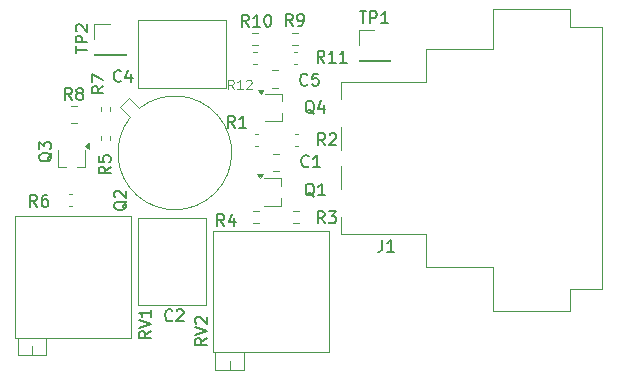
<source format=gbr>
%TF.GenerationSoftware,KiCad,Pcbnew,8.0.5*%
%TF.CreationDate,2024-10-12T09:30:04-04:00*%
%TF.ProjectId,preamp,70726561-6d70-42e6-9b69-6361645f7063,rev?*%
%TF.SameCoordinates,Original*%
%TF.FileFunction,Legend,Top*%
%TF.FilePolarity,Positive*%
%FSLAX46Y46*%
G04 Gerber Fmt 4.6, Leading zero omitted, Abs format (unit mm)*
G04 Created by KiCad (PCBNEW 8.0.5) date 2024-10-12 09:30:04*
%MOMM*%
%LPD*%
G01*
G04 APERTURE LIST*
%ADD10C,0.150000*%
%ADD11C,0.120000*%
G04 APERTURE END LIST*
D10*
X116904761Y-80650057D02*
X116809523Y-80602438D01*
X116809523Y-80602438D02*
X116714285Y-80507200D01*
X116714285Y-80507200D02*
X116571428Y-80364342D01*
X116571428Y-80364342D02*
X116476190Y-80316723D01*
X116476190Y-80316723D02*
X116380952Y-80316723D01*
X116428571Y-80554819D02*
X116333333Y-80507200D01*
X116333333Y-80507200D02*
X116238095Y-80411961D01*
X116238095Y-80411961D02*
X116190476Y-80221485D01*
X116190476Y-80221485D02*
X116190476Y-79888152D01*
X116190476Y-79888152D02*
X116238095Y-79697676D01*
X116238095Y-79697676D02*
X116333333Y-79602438D01*
X116333333Y-79602438D02*
X116428571Y-79554819D01*
X116428571Y-79554819D02*
X116619047Y-79554819D01*
X116619047Y-79554819D02*
X116714285Y-79602438D01*
X116714285Y-79602438D02*
X116809523Y-79697676D01*
X116809523Y-79697676D02*
X116857142Y-79888152D01*
X116857142Y-79888152D02*
X116857142Y-80221485D01*
X116857142Y-80221485D02*
X116809523Y-80411961D01*
X116809523Y-80411961D02*
X116714285Y-80507200D01*
X116714285Y-80507200D02*
X116619047Y-80554819D01*
X116619047Y-80554819D02*
X116428571Y-80554819D01*
X117714285Y-79888152D02*
X117714285Y-80554819D01*
X117476190Y-79507200D02*
X117238095Y-80221485D01*
X117238095Y-80221485D02*
X117857142Y-80221485D01*
X117833333Y-83304819D02*
X117500000Y-82828628D01*
X117261905Y-83304819D02*
X117261905Y-82304819D01*
X117261905Y-82304819D02*
X117642857Y-82304819D01*
X117642857Y-82304819D02*
X117738095Y-82352438D01*
X117738095Y-82352438D02*
X117785714Y-82400057D01*
X117785714Y-82400057D02*
X117833333Y-82495295D01*
X117833333Y-82495295D02*
X117833333Y-82638152D01*
X117833333Y-82638152D02*
X117785714Y-82733390D01*
X117785714Y-82733390D02*
X117738095Y-82781009D01*
X117738095Y-82781009D02*
X117642857Y-82828628D01*
X117642857Y-82828628D02*
X117261905Y-82828628D01*
X118214286Y-82400057D02*
X118261905Y-82352438D01*
X118261905Y-82352438D02*
X118357143Y-82304819D01*
X118357143Y-82304819D02*
X118595238Y-82304819D01*
X118595238Y-82304819D02*
X118690476Y-82352438D01*
X118690476Y-82352438D02*
X118738095Y-82400057D01*
X118738095Y-82400057D02*
X118785714Y-82495295D01*
X118785714Y-82495295D02*
X118785714Y-82590533D01*
X118785714Y-82590533D02*
X118738095Y-82733390D01*
X118738095Y-82733390D02*
X118166667Y-83304819D01*
X118166667Y-83304819D02*
X118785714Y-83304819D01*
X100533333Y-77859580D02*
X100485714Y-77907200D01*
X100485714Y-77907200D02*
X100342857Y-77954819D01*
X100342857Y-77954819D02*
X100247619Y-77954819D01*
X100247619Y-77954819D02*
X100104762Y-77907200D01*
X100104762Y-77907200D02*
X100009524Y-77811961D01*
X100009524Y-77811961D02*
X99961905Y-77716723D01*
X99961905Y-77716723D02*
X99914286Y-77526247D01*
X99914286Y-77526247D02*
X99914286Y-77383390D01*
X99914286Y-77383390D02*
X99961905Y-77192914D01*
X99961905Y-77192914D02*
X100009524Y-77097676D01*
X100009524Y-77097676D02*
X100104762Y-77002438D01*
X100104762Y-77002438D02*
X100247619Y-76954819D01*
X100247619Y-76954819D02*
X100342857Y-76954819D01*
X100342857Y-76954819D02*
X100485714Y-77002438D01*
X100485714Y-77002438D02*
X100533333Y-77050057D01*
X101390476Y-77288152D02*
X101390476Y-77954819D01*
X101152381Y-76907200D02*
X100914286Y-77621485D01*
X100914286Y-77621485D02*
X101533333Y-77621485D01*
X99054819Y-78316666D02*
X98578628Y-78649999D01*
X99054819Y-78888094D02*
X98054819Y-78888094D01*
X98054819Y-78888094D02*
X98054819Y-78507142D01*
X98054819Y-78507142D02*
X98102438Y-78411904D01*
X98102438Y-78411904D02*
X98150057Y-78364285D01*
X98150057Y-78364285D02*
X98245295Y-78316666D01*
X98245295Y-78316666D02*
X98388152Y-78316666D01*
X98388152Y-78316666D02*
X98483390Y-78364285D01*
X98483390Y-78364285D02*
X98531009Y-78411904D01*
X98531009Y-78411904D02*
X98578628Y-78507142D01*
X98578628Y-78507142D02*
X98578628Y-78888094D01*
X98054819Y-77983332D02*
X98054819Y-77316666D01*
X98054819Y-77316666D02*
X99054819Y-77745237D01*
X109283333Y-90154819D02*
X108950000Y-89678628D01*
X108711905Y-90154819D02*
X108711905Y-89154819D01*
X108711905Y-89154819D02*
X109092857Y-89154819D01*
X109092857Y-89154819D02*
X109188095Y-89202438D01*
X109188095Y-89202438D02*
X109235714Y-89250057D01*
X109235714Y-89250057D02*
X109283333Y-89345295D01*
X109283333Y-89345295D02*
X109283333Y-89488152D01*
X109283333Y-89488152D02*
X109235714Y-89583390D01*
X109235714Y-89583390D02*
X109188095Y-89631009D01*
X109188095Y-89631009D02*
X109092857Y-89678628D01*
X109092857Y-89678628D02*
X108711905Y-89678628D01*
X110140476Y-89488152D02*
X110140476Y-90154819D01*
X109902381Y-89107200D02*
X109664286Y-89821485D01*
X109664286Y-89821485D02*
X110283333Y-89821485D01*
X122656666Y-91304819D02*
X122656666Y-92019104D01*
X122656666Y-92019104D02*
X122609047Y-92161961D01*
X122609047Y-92161961D02*
X122513809Y-92257200D01*
X122513809Y-92257200D02*
X122370952Y-92304819D01*
X122370952Y-92304819D02*
X122275714Y-92304819D01*
X123656666Y-92304819D02*
X123085238Y-92304819D01*
X123370952Y-92304819D02*
X123370952Y-91304819D01*
X123370952Y-91304819D02*
X123275714Y-91447676D01*
X123275714Y-91447676D02*
X123180476Y-91542914D01*
X123180476Y-91542914D02*
X123085238Y-91590533D01*
X96704819Y-75511904D02*
X96704819Y-74940476D01*
X97704819Y-75226190D02*
X96704819Y-75226190D01*
X97704819Y-74607142D02*
X96704819Y-74607142D01*
X96704819Y-74607142D02*
X96704819Y-74226190D01*
X96704819Y-74226190D02*
X96752438Y-74130952D01*
X96752438Y-74130952D02*
X96800057Y-74083333D01*
X96800057Y-74083333D02*
X96895295Y-74035714D01*
X96895295Y-74035714D02*
X97038152Y-74035714D01*
X97038152Y-74035714D02*
X97133390Y-74083333D01*
X97133390Y-74083333D02*
X97181009Y-74130952D01*
X97181009Y-74130952D02*
X97228628Y-74226190D01*
X97228628Y-74226190D02*
X97228628Y-74607142D01*
X96800057Y-73654761D02*
X96752438Y-73607142D01*
X96752438Y-73607142D02*
X96704819Y-73511904D01*
X96704819Y-73511904D02*
X96704819Y-73273809D01*
X96704819Y-73273809D02*
X96752438Y-73178571D01*
X96752438Y-73178571D02*
X96800057Y-73130952D01*
X96800057Y-73130952D02*
X96895295Y-73083333D01*
X96895295Y-73083333D02*
X96990533Y-73083333D01*
X96990533Y-73083333D02*
X97133390Y-73130952D01*
X97133390Y-73130952D02*
X97704819Y-73702380D01*
X97704819Y-73702380D02*
X97704819Y-73083333D01*
X107804819Y-99645238D02*
X107328628Y-99978571D01*
X107804819Y-100216666D02*
X106804819Y-100216666D01*
X106804819Y-100216666D02*
X106804819Y-99835714D01*
X106804819Y-99835714D02*
X106852438Y-99740476D01*
X106852438Y-99740476D02*
X106900057Y-99692857D01*
X106900057Y-99692857D02*
X106995295Y-99645238D01*
X106995295Y-99645238D02*
X107138152Y-99645238D01*
X107138152Y-99645238D02*
X107233390Y-99692857D01*
X107233390Y-99692857D02*
X107281009Y-99740476D01*
X107281009Y-99740476D02*
X107328628Y-99835714D01*
X107328628Y-99835714D02*
X107328628Y-100216666D01*
X106804819Y-99359523D02*
X107804819Y-99026190D01*
X107804819Y-99026190D02*
X106804819Y-98692857D01*
X106900057Y-98407142D02*
X106852438Y-98359523D01*
X106852438Y-98359523D02*
X106804819Y-98264285D01*
X106804819Y-98264285D02*
X106804819Y-98026190D01*
X106804819Y-98026190D02*
X106852438Y-97930952D01*
X106852438Y-97930952D02*
X106900057Y-97883333D01*
X106900057Y-97883333D02*
X106995295Y-97835714D01*
X106995295Y-97835714D02*
X107090533Y-97835714D01*
X107090533Y-97835714D02*
X107233390Y-97883333D01*
X107233390Y-97883333D02*
X107804819Y-98454761D01*
X107804819Y-98454761D02*
X107804819Y-97835714D01*
X116904761Y-87650057D02*
X116809523Y-87602438D01*
X116809523Y-87602438D02*
X116714285Y-87507200D01*
X116714285Y-87507200D02*
X116571428Y-87364342D01*
X116571428Y-87364342D02*
X116476190Y-87316723D01*
X116476190Y-87316723D02*
X116380952Y-87316723D01*
X116428571Y-87554819D02*
X116333333Y-87507200D01*
X116333333Y-87507200D02*
X116238095Y-87411961D01*
X116238095Y-87411961D02*
X116190476Y-87221485D01*
X116190476Y-87221485D02*
X116190476Y-86888152D01*
X116190476Y-86888152D02*
X116238095Y-86697676D01*
X116238095Y-86697676D02*
X116333333Y-86602438D01*
X116333333Y-86602438D02*
X116428571Y-86554819D01*
X116428571Y-86554819D02*
X116619047Y-86554819D01*
X116619047Y-86554819D02*
X116714285Y-86602438D01*
X116714285Y-86602438D02*
X116809523Y-86697676D01*
X116809523Y-86697676D02*
X116857142Y-86888152D01*
X116857142Y-86888152D02*
X116857142Y-87221485D01*
X116857142Y-87221485D02*
X116809523Y-87411961D01*
X116809523Y-87411961D02*
X116714285Y-87507200D01*
X116714285Y-87507200D02*
X116619047Y-87554819D01*
X116619047Y-87554819D02*
X116428571Y-87554819D01*
X117809523Y-87554819D02*
X117238095Y-87554819D01*
X117523809Y-87554819D02*
X117523809Y-86554819D01*
X117523809Y-86554819D02*
X117428571Y-86697676D01*
X117428571Y-86697676D02*
X117333333Y-86792914D01*
X117333333Y-86792914D02*
X117238095Y-86840533D01*
X99654819Y-85116666D02*
X99178628Y-85449999D01*
X99654819Y-85688094D02*
X98654819Y-85688094D01*
X98654819Y-85688094D02*
X98654819Y-85307142D01*
X98654819Y-85307142D02*
X98702438Y-85211904D01*
X98702438Y-85211904D02*
X98750057Y-85164285D01*
X98750057Y-85164285D02*
X98845295Y-85116666D01*
X98845295Y-85116666D02*
X98988152Y-85116666D01*
X98988152Y-85116666D02*
X99083390Y-85164285D01*
X99083390Y-85164285D02*
X99131009Y-85211904D01*
X99131009Y-85211904D02*
X99178628Y-85307142D01*
X99178628Y-85307142D02*
X99178628Y-85688094D01*
X98654819Y-84211904D02*
X98654819Y-84688094D01*
X98654819Y-84688094D02*
X99131009Y-84735713D01*
X99131009Y-84735713D02*
X99083390Y-84688094D01*
X99083390Y-84688094D02*
X99035771Y-84592856D01*
X99035771Y-84592856D02*
X99035771Y-84354761D01*
X99035771Y-84354761D02*
X99083390Y-84259523D01*
X99083390Y-84259523D02*
X99131009Y-84211904D01*
X99131009Y-84211904D02*
X99226247Y-84164285D01*
X99226247Y-84164285D02*
X99464342Y-84164285D01*
X99464342Y-84164285D02*
X99559580Y-84211904D01*
X99559580Y-84211904D02*
X99607200Y-84259523D01*
X99607200Y-84259523D02*
X99654819Y-84354761D01*
X99654819Y-84354761D02*
X99654819Y-84592856D01*
X99654819Y-84592856D02*
X99607200Y-84688094D01*
X99607200Y-84688094D02*
X99559580Y-84735713D01*
X116333333Y-78159580D02*
X116285714Y-78207200D01*
X116285714Y-78207200D02*
X116142857Y-78254819D01*
X116142857Y-78254819D02*
X116047619Y-78254819D01*
X116047619Y-78254819D02*
X115904762Y-78207200D01*
X115904762Y-78207200D02*
X115809524Y-78111961D01*
X115809524Y-78111961D02*
X115761905Y-78016723D01*
X115761905Y-78016723D02*
X115714286Y-77826247D01*
X115714286Y-77826247D02*
X115714286Y-77683390D01*
X115714286Y-77683390D02*
X115761905Y-77492914D01*
X115761905Y-77492914D02*
X115809524Y-77397676D01*
X115809524Y-77397676D02*
X115904762Y-77302438D01*
X115904762Y-77302438D02*
X116047619Y-77254819D01*
X116047619Y-77254819D02*
X116142857Y-77254819D01*
X116142857Y-77254819D02*
X116285714Y-77302438D01*
X116285714Y-77302438D02*
X116333333Y-77350057D01*
X117238095Y-77254819D02*
X116761905Y-77254819D01*
X116761905Y-77254819D02*
X116714286Y-77731009D01*
X116714286Y-77731009D02*
X116761905Y-77683390D01*
X116761905Y-77683390D02*
X116857143Y-77635771D01*
X116857143Y-77635771D02*
X117095238Y-77635771D01*
X117095238Y-77635771D02*
X117190476Y-77683390D01*
X117190476Y-77683390D02*
X117238095Y-77731009D01*
X117238095Y-77731009D02*
X117285714Y-77826247D01*
X117285714Y-77826247D02*
X117285714Y-78064342D01*
X117285714Y-78064342D02*
X117238095Y-78159580D01*
X117238095Y-78159580D02*
X117190476Y-78207200D01*
X117190476Y-78207200D02*
X117095238Y-78254819D01*
X117095238Y-78254819D02*
X116857143Y-78254819D01*
X116857143Y-78254819D02*
X116761905Y-78207200D01*
X116761905Y-78207200D02*
X116714286Y-78159580D01*
X104883333Y-98109580D02*
X104835714Y-98157200D01*
X104835714Y-98157200D02*
X104692857Y-98204819D01*
X104692857Y-98204819D02*
X104597619Y-98204819D01*
X104597619Y-98204819D02*
X104454762Y-98157200D01*
X104454762Y-98157200D02*
X104359524Y-98061961D01*
X104359524Y-98061961D02*
X104311905Y-97966723D01*
X104311905Y-97966723D02*
X104264286Y-97776247D01*
X104264286Y-97776247D02*
X104264286Y-97633390D01*
X104264286Y-97633390D02*
X104311905Y-97442914D01*
X104311905Y-97442914D02*
X104359524Y-97347676D01*
X104359524Y-97347676D02*
X104454762Y-97252438D01*
X104454762Y-97252438D02*
X104597619Y-97204819D01*
X104597619Y-97204819D02*
X104692857Y-97204819D01*
X104692857Y-97204819D02*
X104835714Y-97252438D01*
X104835714Y-97252438D02*
X104883333Y-97300057D01*
X105264286Y-97300057D02*
X105311905Y-97252438D01*
X105311905Y-97252438D02*
X105407143Y-97204819D01*
X105407143Y-97204819D02*
X105645238Y-97204819D01*
X105645238Y-97204819D02*
X105740476Y-97252438D01*
X105740476Y-97252438D02*
X105788095Y-97300057D01*
X105788095Y-97300057D02*
X105835714Y-97395295D01*
X105835714Y-97395295D02*
X105835714Y-97490533D01*
X105835714Y-97490533D02*
X105788095Y-97633390D01*
X105788095Y-97633390D02*
X105216667Y-98204819D01*
X105216667Y-98204819D02*
X105835714Y-98204819D01*
X116433333Y-85059580D02*
X116385714Y-85107200D01*
X116385714Y-85107200D02*
X116242857Y-85154819D01*
X116242857Y-85154819D02*
X116147619Y-85154819D01*
X116147619Y-85154819D02*
X116004762Y-85107200D01*
X116004762Y-85107200D02*
X115909524Y-85011961D01*
X115909524Y-85011961D02*
X115861905Y-84916723D01*
X115861905Y-84916723D02*
X115814286Y-84726247D01*
X115814286Y-84726247D02*
X115814286Y-84583390D01*
X115814286Y-84583390D02*
X115861905Y-84392914D01*
X115861905Y-84392914D02*
X115909524Y-84297676D01*
X115909524Y-84297676D02*
X116004762Y-84202438D01*
X116004762Y-84202438D02*
X116147619Y-84154819D01*
X116147619Y-84154819D02*
X116242857Y-84154819D01*
X116242857Y-84154819D02*
X116385714Y-84202438D01*
X116385714Y-84202438D02*
X116433333Y-84250057D01*
X117385714Y-85154819D02*
X116814286Y-85154819D01*
X117100000Y-85154819D02*
X117100000Y-84154819D01*
X117100000Y-84154819D02*
X117004762Y-84297676D01*
X117004762Y-84297676D02*
X116909524Y-84392914D01*
X116909524Y-84392914D02*
X116814286Y-84440533D01*
X94700057Y-83945238D02*
X94652438Y-84040476D01*
X94652438Y-84040476D02*
X94557200Y-84135714D01*
X94557200Y-84135714D02*
X94414342Y-84278571D01*
X94414342Y-84278571D02*
X94366723Y-84373809D01*
X94366723Y-84373809D02*
X94366723Y-84469047D01*
X94604819Y-84421428D02*
X94557200Y-84516666D01*
X94557200Y-84516666D02*
X94461961Y-84611904D01*
X94461961Y-84611904D02*
X94271485Y-84659523D01*
X94271485Y-84659523D02*
X93938152Y-84659523D01*
X93938152Y-84659523D02*
X93747676Y-84611904D01*
X93747676Y-84611904D02*
X93652438Y-84516666D01*
X93652438Y-84516666D02*
X93604819Y-84421428D01*
X93604819Y-84421428D02*
X93604819Y-84230952D01*
X93604819Y-84230952D02*
X93652438Y-84135714D01*
X93652438Y-84135714D02*
X93747676Y-84040476D01*
X93747676Y-84040476D02*
X93938152Y-83992857D01*
X93938152Y-83992857D02*
X94271485Y-83992857D01*
X94271485Y-83992857D02*
X94461961Y-84040476D01*
X94461961Y-84040476D02*
X94557200Y-84135714D01*
X94557200Y-84135714D02*
X94604819Y-84230952D01*
X94604819Y-84230952D02*
X94604819Y-84421428D01*
X93604819Y-83659523D02*
X93604819Y-83040476D01*
X93604819Y-83040476D02*
X93985771Y-83373809D01*
X93985771Y-83373809D02*
X93985771Y-83230952D01*
X93985771Y-83230952D02*
X94033390Y-83135714D01*
X94033390Y-83135714D02*
X94081009Y-83088095D01*
X94081009Y-83088095D02*
X94176247Y-83040476D01*
X94176247Y-83040476D02*
X94414342Y-83040476D01*
X94414342Y-83040476D02*
X94509580Y-83088095D01*
X94509580Y-83088095D02*
X94557200Y-83135714D01*
X94557200Y-83135714D02*
X94604819Y-83230952D01*
X94604819Y-83230952D02*
X94604819Y-83516666D01*
X94604819Y-83516666D02*
X94557200Y-83611904D01*
X94557200Y-83611904D02*
X94509580Y-83659523D01*
X101050057Y-88045238D02*
X101002438Y-88140476D01*
X101002438Y-88140476D02*
X100907200Y-88235714D01*
X100907200Y-88235714D02*
X100764342Y-88378571D01*
X100764342Y-88378571D02*
X100716723Y-88473809D01*
X100716723Y-88473809D02*
X100716723Y-88569047D01*
X100954819Y-88521428D02*
X100907200Y-88616666D01*
X100907200Y-88616666D02*
X100811961Y-88711904D01*
X100811961Y-88711904D02*
X100621485Y-88759523D01*
X100621485Y-88759523D02*
X100288152Y-88759523D01*
X100288152Y-88759523D02*
X100097676Y-88711904D01*
X100097676Y-88711904D02*
X100002438Y-88616666D01*
X100002438Y-88616666D02*
X99954819Y-88521428D01*
X99954819Y-88521428D02*
X99954819Y-88330952D01*
X99954819Y-88330952D02*
X100002438Y-88235714D01*
X100002438Y-88235714D02*
X100097676Y-88140476D01*
X100097676Y-88140476D02*
X100288152Y-88092857D01*
X100288152Y-88092857D02*
X100621485Y-88092857D01*
X100621485Y-88092857D02*
X100811961Y-88140476D01*
X100811961Y-88140476D02*
X100907200Y-88235714D01*
X100907200Y-88235714D02*
X100954819Y-88330952D01*
X100954819Y-88330952D02*
X100954819Y-88521428D01*
X100050057Y-87711904D02*
X100002438Y-87664285D01*
X100002438Y-87664285D02*
X99954819Y-87569047D01*
X99954819Y-87569047D02*
X99954819Y-87330952D01*
X99954819Y-87330952D02*
X100002438Y-87235714D01*
X100002438Y-87235714D02*
X100050057Y-87188095D01*
X100050057Y-87188095D02*
X100145295Y-87140476D01*
X100145295Y-87140476D02*
X100240533Y-87140476D01*
X100240533Y-87140476D02*
X100383390Y-87188095D01*
X100383390Y-87188095D02*
X100954819Y-87759523D01*
X100954819Y-87759523D02*
X100954819Y-87140476D01*
X93433333Y-88504819D02*
X93100000Y-88028628D01*
X92861905Y-88504819D02*
X92861905Y-87504819D01*
X92861905Y-87504819D02*
X93242857Y-87504819D01*
X93242857Y-87504819D02*
X93338095Y-87552438D01*
X93338095Y-87552438D02*
X93385714Y-87600057D01*
X93385714Y-87600057D02*
X93433333Y-87695295D01*
X93433333Y-87695295D02*
X93433333Y-87838152D01*
X93433333Y-87838152D02*
X93385714Y-87933390D01*
X93385714Y-87933390D02*
X93338095Y-87981009D01*
X93338095Y-87981009D02*
X93242857Y-88028628D01*
X93242857Y-88028628D02*
X92861905Y-88028628D01*
X94290476Y-87504819D02*
X94100000Y-87504819D01*
X94100000Y-87504819D02*
X94004762Y-87552438D01*
X94004762Y-87552438D02*
X93957143Y-87600057D01*
X93957143Y-87600057D02*
X93861905Y-87742914D01*
X93861905Y-87742914D02*
X93814286Y-87933390D01*
X93814286Y-87933390D02*
X93814286Y-88314342D01*
X93814286Y-88314342D02*
X93861905Y-88409580D01*
X93861905Y-88409580D02*
X93909524Y-88457200D01*
X93909524Y-88457200D02*
X94004762Y-88504819D01*
X94004762Y-88504819D02*
X94195238Y-88504819D01*
X94195238Y-88504819D02*
X94290476Y-88457200D01*
X94290476Y-88457200D02*
X94338095Y-88409580D01*
X94338095Y-88409580D02*
X94385714Y-88314342D01*
X94385714Y-88314342D02*
X94385714Y-88076247D01*
X94385714Y-88076247D02*
X94338095Y-87981009D01*
X94338095Y-87981009D02*
X94290476Y-87933390D01*
X94290476Y-87933390D02*
X94195238Y-87885771D01*
X94195238Y-87885771D02*
X94004762Y-87885771D01*
X94004762Y-87885771D02*
X93909524Y-87933390D01*
X93909524Y-87933390D02*
X93861905Y-87981009D01*
X93861905Y-87981009D02*
X93814286Y-88076247D01*
X117757142Y-76304819D02*
X117423809Y-75828628D01*
X117185714Y-76304819D02*
X117185714Y-75304819D01*
X117185714Y-75304819D02*
X117566666Y-75304819D01*
X117566666Y-75304819D02*
X117661904Y-75352438D01*
X117661904Y-75352438D02*
X117709523Y-75400057D01*
X117709523Y-75400057D02*
X117757142Y-75495295D01*
X117757142Y-75495295D02*
X117757142Y-75638152D01*
X117757142Y-75638152D02*
X117709523Y-75733390D01*
X117709523Y-75733390D02*
X117661904Y-75781009D01*
X117661904Y-75781009D02*
X117566666Y-75828628D01*
X117566666Y-75828628D02*
X117185714Y-75828628D01*
X118709523Y-76304819D02*
X118138095Y-76304819D01*
X118423809Y-76304819D02*
X118423809Y-75304819D01*
X118423809Y-75304819D02*
X118328571Y-75447676D01*
X118328571Y-75447676D02*
X118233333Y-75542914D01*
X118233333Y-75542914D02*
X118138095Y-75590533D01*
X119661904Y-76304819D02*
X119090476Y-76304819D01*
X119376190Y-76304819D02*
X119376190Y-75304819D01*
X119376190Y-75304819D02*
X119280952Y-75447676D01*
X119280952Y-75447676D02*
X119185714Y-75542914D01*
X119185714Y-75542914D02*
X119090476Y-75590533D01*
X117783333Y-89904819D02*
X117450000Y-89428628D01*
X117211905Y-89904819D02*
X117211905Y-88904819D01*
X117211905Y-88904819D02*
X117592857Y-88904819D01*
X117592857Y-88904819D02*
X117688095Y-88952438D01*
X117688095Y-88952438D02*
X117735714Y-89000057D01*
X117735714Y-89000057D02*
X117783333Y-89095295D01*
X117783333Y-89095295D02*
X117783333Y-89238152D01*
X117783333Y-89238152D02*
X117735714Y-89333390D01*
X117735714Y-89333390D02*
X117688095Y-89381009D01*
X117688095Y-89381009D02*
X117592857Y-89428628D01*
X117592857Y-89428628D02*
X117211905Y-89428628D01*
X118116667Y-88904819D02*
X118735714Y-88904819D01*
X118735714Y-88904819D02*
X118402381Y-89285771D01*
X118402381Y-89285771D02*
X118545238Y-89285771D01*
X118545238Y-89285771D02*
X118640476Y-89333390D01*
X118640476Y-89333390D02*
X118688095Y-89381009D01*
X118688095Y-89381009D02*
X118735714Y-89476247D01*
X118735714Y-89476247D02*
X118735714Y-89714342D01*
X118735714Y-89714342D02*
X118688095Y-89809580D01*
X118688095Y-89809580D02*
X118640476Y-89857200D01*
X118640476Y-89857200D02*
X118545238Y-89904819D01*
X118545238Y-89904819D02*
X118259524Y-89904819D01*
X118259524Y-89904819D02*
X118164286Y-89857200D01*
X118164286Y-89857200D02*
X118116667Y-89809580D01*
X111357142Y-73254819D02*
X111023809Y-72778628D01*
X110785714Y-73254819D02*
X110785714Y-72254819D01*
X110785714Y-72254819D02*
X111166666Y-72254819D01*
X111166666Y-72254819D02*
X111261904Y-72302438D01*
X111261904Y-72302438D02*
X111309523Y-72350057D01*
X111309523Y-72350057D02*
X111357142Y-72445295D01*
X111357142Y-72445295D02*
X111357142Y-72588152D01*
X111357142Y-72588152D02*
X111309523Y-72683390D01*
X111309523Y-72683390D02*
X111261904Y-72731009D01*
X111261904Y-72731009D02*
X111166666Y-72778628D01*
X111166666Y-72778628D02*
X110785714Y-72778628D01*
X112309523Y-73254819D02*
X111738095Y-73254819D01*
X112023809Y-73254819D02*
X112023809Y-72254819D01*
X112023809Y-72254819D02*
X111928571Y-72397676D01*
X111928571Y-72397676D02*
X111833333Y-72492914D01*
X111833333Y-72492914D02*
X111738095Y-72540533D01*
X112928571Y-72254819D02*
X113023809Y-72254819D01*
X113023809Y-72254819D02*
X113119047Y-72302438D01*
X113119047Y-72302438D02*
X113166666Y-72350057D01*
X113166666Y-72350057D02*
X113214285Y-72445295D01*
X113214285Y-72445295D02*
X113261904Y-72635771D01*
X113261904Y-72635771D02*
X113261904Y-72873866D01*
X113261904Y-72873866D02*
X113214285Y-73064342D01*
X113214285Y-73064342D02*
X113166666Y-73159580D01*
X113166666Y-73159580D02*
X113119047Y-73207200D01*
X113119047Y-73207200D02*
X113023809Y-73254819D01*
X113023809Y-73254819D02*
X112928571Y-73254819D01*
X112928571Y-73254819D02*
X112833333Y-73207200D01*
X112833333Y-73207200D02*
X112785714Y-73159580D01*
X112785714Y-73159580D02*
X112738095Y-73064342D01*
X112738095Y-73064342D02*
X112690476Y-72873866D01*
X112690476Y-72873866D02*
X112690476Y-72635771D01*
X112690476Y-72635771D02*
X112738095Y-72445295D01*
X112738095Y-72445295D02*
X112785714Y-72350057D01*
X112785714Y-72350057D02*
X112833333Y-72302438D01*
X112833333Y-72302438D02*
X112928571Y-72254819D01*
X120738095Y-71974819D02*
X121309523Y-71974819D01*
X121023809Y-72974819D02*
X121023809Y-71974819D01*
X121642857Y-72974819D02*
X121642857Y-71974819D01*
X121642857Y-71974819D02*
X122023809Y-71974819D01*
X122023809Y-71974819D02*
X122119047Y-72022438D01*
X122119047Y-72022438D02*
X122166666Y-72070057D01*
X122166666Y-72070057D02*
X122214285Y-72165295D01*
X122214285Y-72165295D02*
X122214285Y-72308152D01*
X122214285Y-72308152D02*
X122166666Y-72403390D01*
X122166666Y-72403390D02*
X122119047Y-72451009D01*
X122119047Y-72451009D02*
X122023809Y-72498628D01*
X122023809Y-72498628D02*
X121642857Y-72498628D01*
X123166666Y-72974819D02*
X122595238Y-72974819D01*
X122880952Y-72974819D02*
X122880952Y-71974819D01*
X122880952Y-71974819D02*
X122785714Y-72117676D01*
X122785714Y-72117676D02*
X122690476Y-72212914D01*
X122690476Y-72212914D02*
X122595238Y-72260533D01*
X110183333Y-81804819D02*
X109850000Y-81328628D01*
X109611905Y-81804819D02*
X109611905Y-80804819D01*
X109611905Y-80804819D02*
X109992857Y-80804819D01*
X109992857Y-80804819D02*
X110088095Y-80852438D01*
X110088095Y-80852438D02*
X110135714Y-80900057D01*
X110135714Y-80900057D02*
X110183333Y-80995295D01*
X110183333Y-80995295D02*
X110183333Y-81138152D01*
X110183333Y-81138152D02*
X110135714Y-81233390D01*
X110135714Y-81233390D02*
X110088095Y-81281009D01*
X110088095Y-81281009D02*
X109992857Y-81328628D01*
X109992857Y-81328628D02*
X109611905Y-81328628D01*
X111135714Y-81804819D02*
X110564286Y-81804819D01*
X110850000Y-81804819D02*
X110850000Y-80804819D01*
X110850000Y-80804819D02*
X110754762Y-80947676D01*
X110754762Y-80947676D02*
X110659524Y-81042914D01*
X110659524Y-81042914D02*
X110564286Y-81090533D01*
X115083333Y-73204819D02*
X114750000Y-72728628D01*
X114511905Y-73204819D02*
X114511905Y-72204819D01*
X114511905Y-72204819D02*
X114892857Y-72204819D01*
X114892857Y-72204819D02*
X114988095Y-72252438D01*
X114988095Y-72252438D02*
X115035714Y-72300057D01*
X115035714Y-72300057D02*
X115083333Y-72395295D01*
X115083333Y-72395295D02*
X115083333Y-72538152D01*
X115083333Y-72538152D02*
X115035714Y-72633390D01*
X115035714Y-72633390D02*
X114988095Y-72681009D01*
X114988095Y-72681009D02*
X114892857Y-72728628D01*
X114892857Y-72728628D02*
X114511905Y-72728628D01*
X115559524Y-73204819D02*
X115750000Y-73204819D01*
X115750000Y-73204819D02*
X115845238Y-73157200D01*
X115845238Y-73157200D02*
X115892857Y-73109580D01*
X115892857Y-73109580D02*
X115988095Y-72966723D01*
X115988095Y-72966723D02*
X116035714Y-72776247D01*
X116035714Y-72776247D02*
X116035714Y-72395295D01*
X116035714Y-72395295D02*
X115988095Y-72300057D01*
X115988095Y-72300057D02*
X115940476Y-72252438D01*
X115940476Y-72252438D02*
X115845238Y-72204819D01*
X115845238Y-72204819D02*
X115654762Y-72204819D01*
X115654762Y-72204819D02*
X115559524Y-72252438D01*
X115559524Y-72252438D02*
X115511905Y-72300057D01*
X115511905Y-72300057D02*
X115464286Y-72395295D01*
X115464286Y-72395295D02*
X115464286Y-72633390D01*
X115464286Y-72633390D02*
X115511905Y-72728628D01*
X115511905Y-72728628D02*
X115559524Y-72776247D01*
X115559524Y-72776247D02*
X115654762Y-72823866D01*
X115654762Y-72823866D02*
X115845238Y-72823866D01*
X115845238Y-72823866D02*
X115940476Y-72776247D01*
X115940476Y-72776247D02*
X115988095Y-72728628D01*
X115988095Y-72728628D02*
X116035714Y-72633390D01*
D11*
X110085714Y-78563855D02*
X109819047Y-78182902D01*
X109628571Y-78563855D02*
X109628571Y-77763855D01*
X109628571Y-77763855D02*
X109933333Y-77763855D01*
X109933333Y-77763855D02*
X110009523Y-77801950D01*
X110009523Y-77801950D02*
X110047618Y-77840045D01*
X110047618Y-77840045D02*
X110085714Y-77916236D01*
X110085714Y-77916236D02*
X110085714Y-78030521D01*
X110085714Y-78030521D02*
X110047618Y-78106712D01*
X110047618Y-78106712D02*
X110009523Y-78144807D01*
X110009523Y-78144807D02*
X109933333Y-78182902D01*
X109933333Y-78182902D02*
X109628571Y-78182902D01*
X110847618Y-78563855D02*
X110390475Y-78563855D01*
X110619047Y-78563855D02*
X110619047Y-77763855D01*
X110619047Y-77763855D02*
X110542856Y-77878140D01*
X110542856Y-77878140D02*
X110466666Y-77954331D01*
X110466666Y-77954331D02*
X110390475Y-77992426D01*
X111152380Y-77840045D02*
X111190476Y-77801950D01*
X111190476Y-77801950D02*
X111266666Y-77763855D01*
X111266666Y-77763855D02*
X111457142Y-77763855D01*
X111457142Y-77763855D02*
X111533333Y-77801950D01*
X111533333Y-77801950D02*
X111571428Y-77840045D01*
X111571428Y-77840045D02*
X111609523Y-77916236D01*
X111609523Y-77916236D02*
X111609523Y-77992426D01*
X111609523Y-77992426D02*
X111571428Y-78106712D01*
X111571428Y-78106712D02*
X111114285Y-78563855D01*
X111114285Y-78563855D02*
X111609523Y-78563855D01*
D10*
X103054819Y-99045238D02*
X102578628Y-99378571D01*
X103054819Y-99616666D02*
X102054819Y-99616666D01*
X102054819Y-99616666D02*
X102054819Y-99235714D01*
X102054819Y-99235714D02*
X102102438Y-99140476D01*
X102102438Y-99140476D02*
X102150057Y-99092857D01*
X102150057Y-99092857D02*
X102245295Y-99045238D01*
X102245295Y-99045238D02*
X102388152Y-99045238D01*
X102388152Y-99045238D02*
X102483390Y-99092857D01*
X102483390Y-99092857D02*
X102531009Y-99140476D01*
X102531009Y-99140476D02*
X102578628Y-99235714D01*
X102578628Y-99235714D02*
X102578628Y-99616666D01*
X102054819Y-98759523D02*
X103054819Y-98426190D01*
X103054819Y-98426190D02*
X102054819Y-98092857D01*
X103054819Y-97235714D02*
X103054819Y-97807142D01*
X103054819Y-97521428D02*
X102054819Y-97521428D01*
X102054819Y-97521428D02*
X102197676Y-97616666D01*
X102197676Y-97616666D02*
X102292914Y-97711904D01*
X102292914Y-97711904D02*
X102340533Y-97807142D01*
X96383333Y-79474819D02*
X96050000Y-78998628D01*
X95811905Y-79474819D02*
X95811905Y-78474819D01*
X95811905Y-78474819D02*
X96192857Y-78474819D01*
X96192857Y-78474819D02*
X96288095Y-78522438D01*
X96288095Y-78522438D02*
X96335714Y-78570057D01*
X96335714Y-78570057D02*
X96383333Y-78665295D01*
X96383333Y-78665295D02*
X96383333Y-78808152D01*
X96383333Y-78808152D02*
X96335714Y-78903390D01*
X96335714Y-78903390D02*
X96288095Y-78951009D01*
X96288095Y-78951009D02*
X96192857Y-78998628D01*
X96192857Y-78998628D02*
X95811905Y-78998628D01*
X96954762Y-78903390D02*
X96859524Y-78855771D01*
X96859524Y-78855771D02*
X96811905Y-78808152D01*
X96811905Y-78808152D02*
X96764286Y-78712914D01*
X96764286Y-78712914D02*
X96764286Y-78665295D01*
X96764286Y-78665295D02*
X96811905Y-78570057D01*
X96811905Y-78570057D02*
X96859524Y-78522438D01*
X96859524Y-78522438D02*
X96954762Y-78474819D01*
X96954762Y-78474819D02*
X97145238Y-78474819D01*
X97145238Y-78474819D02*
X97240476Y-78522438D01*
X97240476Y-78522438D02*
X97288095Y-78570057D01*
X97288095Y-78570057D02*
X97335714Y-78665295D01*
X97335714Y-78665295D02*
X97335714Y-78712914D01*
X97335714Y-78712914D02*
X97288095Y-78808152D01*
X97288095Y-78808152D02*
X97240476Y-78855771D01*
X97240476Y-78855771D02*
X97145238Y-78903390D01*
X97145238Y-78903390D02*
X96954762Y-78903390D01*
X96954762Y-78903390D02*
X96859524Y-78951009D01*
X96859524Y-78951009D02*
X96811905Y-78998628D01*
X96811905Y-78998628D02*
X96764286Y-79093866D01*
X96764286Y-79093866D02*
X96764286Y-79284342D01*
X96764286Y-79284342D02*
X96811905Y-79379580D01*
X96811905Y-79379580D02*
X96859524Y-79427200D01*
X96859524Y-79427200D02*
X96954762Y-79474819D01*
X96954762Y-79474819D02*
X97145238Y-79474819D01*
X97145238Y-79474819D02*
X97240476Y-79427200D01*
X97240476Y-79427200D02*
X97288095Y-79379580D01*
X97288095Y-79379580D02*
X97335714Y-79284342D01*
X97335714Y-79284342D02*
X97335714Y-79093866D01*
X97335714Y-79093866D02*
X97288095Y-78998628D01*
X97288095Y-78998628D02*
X97240476Y-78951009D01*
X97240476Y-78951009D02*
X97145238Y-78903390D01*
D11*
%TO.C,Q4*%
X112725000Y-78930000D02*
X114135000Y-78930000D01*
X112725000Y-81260000D02*
X114135000Y-81260000D01*
X114135000Y-78930000D02*
X114135000Y-79600000D01*
X114135000Y-80600000D02*
X114135000Y-81260000D01*
X112355000Y-78950000D02*
X112115000Y-78620000D01*
X112595000Y-78620000D01*
X112355000Y-78950000D01*
G36*
X112355000Y-78950000D02*
G01*
X112115000Y-78620000D01*
X112595000Y-78620000D01*
X112355000Y-78950000D01*
G37*
%TO.C,R2*%
X115546267Y-82340000D02*
X115253733Y-82340000D01*
X115546267Y-83360000D02*
X115253733Y-83360000D01*
%TO.C,C4*%
X101980000Y-78470000D02*
X101980000Y-72730000D01*
X109420000Y-72730000D02*
X101980000Y-72730000D01*
X109420000Y-78470000D02*
X101980000Y-78470000D01*
X109420000Y-78470000D02*
X109420000Y-72730000D01*
%TO.C,R7*%
X98870000Y-80034879D02*
X98870000Y-80370121D01*
X99630000Y-80034879D02*
X99630000Y-80370121D01*
%TO.C,R4*%
X112204724Y-88877500D02*
X111695276Y-88877500D01*
X112204724Y-89922500D02*
X111695276Y-89922500D01*
%TO.C,J1*%
X119160000Y-77980000D02*
X119160000Y-79400000D01*
X119160000Y-83700000D02*
X119160000Y-81800000D01*
X119160000Y-85100000D02*
X119160000Y-87000000D01*
X119160000Y-89400000D02*
X119160000Y-90820000D01*
X126360000Y-77980000D02*
X119160000Y-77980000D01*
X126360000Y-77980000D02*
X126360000Y-75180000D01*
X126360000Y-90820000D02*
X119160000Y-90820000D01*
X126360000Y-90820000D02*
X126360000Y-93620000D01*
X132010000Y-75180000D02*
X126360000Y-75180000D01*
X132010000Y-75180000D02*
X132010000Y-71780000D01*
X132010000Y-93620000D02*
X126360000Y-93620000D01*
X132010000Y-97320000D02*
X132010000Y-93620000D01*
X138600000Y-71780000D02*
X132010000Y-71780000D01*
X138600000Y-71780000D02*
X138600000Y-73280000D01*
X138600000Y-73280000D02*
X141300000Y-73280000D01*
X138600000Y-95520000D02*
X138600000Y-97320000D01*
X138600000Y-95520000D02*
X141300000Y-95520000D01*
X138600000Y-97320000D02*
X132010000Y-97320000D01*
X141300000Y-73280000D02*
X141300000Y-95520000D01*
%TO.C,TP2*%
X98270000Y-73020000D02*
X99600000Y-73020000D01*
X98270000Y-74350000D02*
X98270000Y-73020000D01*
X98270000Y-75620000D02*
X98270000Y-75680000D01*
X98270000Y-75620000D02*
X100930000Y-75620000D01*
X98270000Y-75680000D02*
X100930000Y-75680000D01*
X100930000Y-75620000D02*
X100930000Y-75680000D01*
%TO.C,RV2*%
X108355000Y-90565000D02*
X118125000Y-90565000D01*
X108355000Y-100835000D02*
X108355000Y-90565000D01*
X108355000Y-100835000D02*
X118125000Y-100835000D01*
X108531000Y-100836000D02*
X110960000Y-100836000D01*
X108531000Y-102355000D02*
X108531000Y-100836000D01*
X108531000Y-102355000D02*
X110960000Y-102355000D01*
X109745000Y-102355000D02*
X109745000Y-101596000D01*
X110960000Y-102355000D02*
X110960000Y-100836000D01*
X118125000Y-100835000D02*
X118125000Y-90565000D01*
%TO.C,Q1*%
X112675000Y-86080000D02*
X114085000Y-86080000D01*
X112675000Y-88410000D02*
X114085000Y-88410000D01*
X114085000Y-86080000D02*
X114085000Y-86750000D01*
X114085000Y-87750000D02*
X114085000Y-88410000D01*
X112305000Y-86100000D02*
X112065000Y-85770000D01*
X112545000Y-85770000D01*
X112305000Y-86100000D01*
G36*
X112305000Y-86100000D02*
G01*
X112065000Y-85770000D01*
X112545000Y-85770000D01*
X112305000Y-86100000D01*
G37*
%TO.C,R5*%
X98870000Y-82867621D02*
X98870000Y-82532379D01*
X99630000Y-82867621D02*
X99630000Y-82532379D01*
%TO.C,C5*%
X113861252Y-76965000D02*
X113338748Y-76965000D01*
X113861252Y-78435000D02*
X113338748Y-78435000D01*
%TO.C,C2*%
X101980000Y-89430000D02*
X107720000Y-89430000D01*
X101980000Y-96870000D02*
X101980000Y-89430000D01*
X101980000Y-96870000D02*
X107720000Y-96870000D01*
X107720000Y-96870000D02*
X107720000Y-89430000D01*
%TO.C,C1*%
X113911252Y-84015000D02*
X113388748Y-84015000D01*
X113911252Y-85485000D02*
X113388748Y-85485000D01*
%TO.C,Q3*%
X95190000Y-83725000D02*
X95190000Y-85135000D01*
X95850000Y-85135000D02*
X95190000Y-85135000D01*
X97520000Y-83725000D02*
X97520000Y-85135000D01*
X97520000Y-85135000D02*
X96850000Y-85135000D01*
X97830000Y-83595000D02*
X97500000Y-83355000D01*
X97830000Y-83115000D01*
X97830000Y-83595000D01*
G36*
X97830000Y-83595000D02*
G01*
X97500000Y-83355000D01*
X97830000Y-83115000D01*
X97830000Y-83595000D01*
G37*
%TO.C,Q2*%
X100434144Y-80061961D02*
X101325098Y-80952916D01*
X101211961Y-79284144D02*
X100434144Y-80061961D01*
X102102916Y-80175098D02*
X101211961Y-79284144D01*
X102102916Y-80175098D02*
G75*
G02*
X101325326Y-80952629I2997084J-3774902D01*
G01*
%TO.C,R6*%
X96396267Y-87440000D02*
X96103733Y-87440000D01*
X96396267Y-88460000D02*
X96103733Y-88460000D01*
%TO.C,R11*%
X115483767Y-75390000D02*
X115191233Y-75390000D01*
X115483767Y-76410000D02*
X115191233Y-76410000D01*
%TO.C,R3*%
X115654724Y-88877500D02*
X115145276Y-88877500D01*
X115654724Y-89922500D02*
X115145276Y-89922500D01*
%TO.C,R10*%
X112154724Y-73777500D02*
X111645276Y-73777500D01*
X112154724Y-74822500D02*
X111645276Y-74822500D01*
%TO.C,TP1*%
X123330000Y-76120000D02*
X123330000Y-76180000D01*
X120670000Y-76180000D02*
X123330000Y-76180000D01*
X120670000Y-76120000D02*
X123330000Y-76120000D01*
X120670000Y-76120000D02*
X120670000Y-76180000D01*
X120670000Y-74850000D02*
X120670000Y-73520000D01*
X120670000Y-73520000D02*
X122000000Y-73520000D01*
%TO.C,R1*%
X112146267Y-82340000D02*
X111853733Y-82340000D01*
X112146267Y-83360000D02*
X111853733Y-83360000D01*
%TO.C,R9*%
X115554724Y-73777500D02*
X115045276Y-73777500D01*
X115554724Y-74822500D02*
X115045276Y-74822500D01*
%TO.C,R12*%
X112046267Y-75390000D02*
X111753733Y-75390000D01*
X112046267Y-76410000D02*
X111753733Y-76410000D01*
%TO.C,RV1*%
X91605000Y-89315000D02*
X101375000Y-89315000D01*
X91605000Y-99585000D02*
X91605000Y-89315000D01*
X91605000Y-99585000D02*
X101375000Y-99585000D01*
X91781000Y-99586000D02*
X94210000Y-99586000D01*
X91781000Y-101105000D02*
X91781000Y-99586000D01*
X91781000Y-101105000D02*
X94210000Y-101105000D01*
X92995000Y-101105000D02*
X92995000Y-100346000D01*
X94210000Y-101105000D02*
X94210000Y-99586000D01*
X101375000Y-99585000D02*
X101375000Y-89315000D01*
%TO.C,R8*%
X96288748Y-79965000D02*
X96811252Y-79965000D01*
X96288748Y-81435000D02*
X96811252Y-81435000D01*
%TD*%
M02*

</source>
